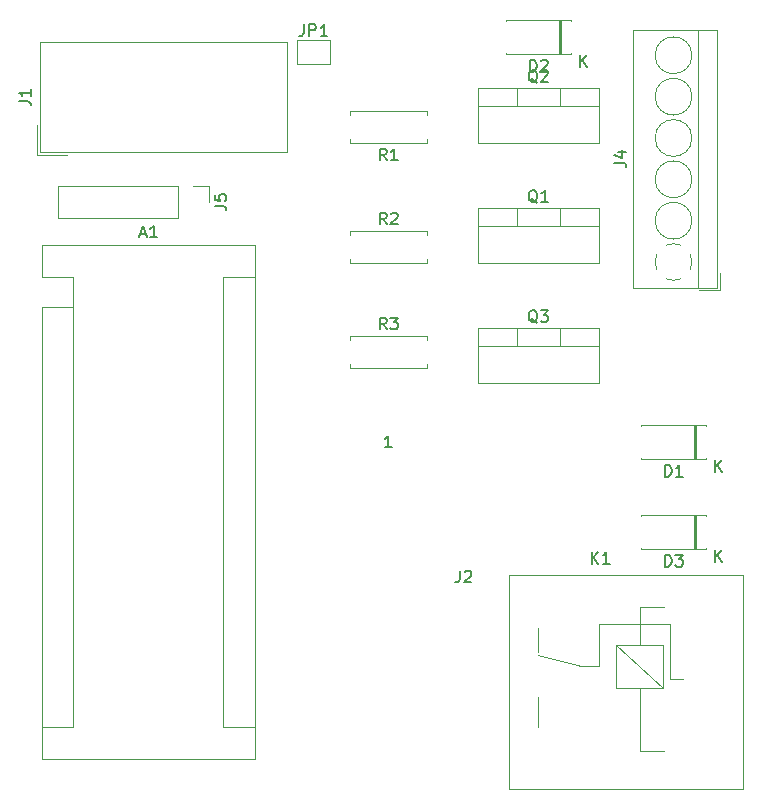
<source format=gto>
G04 #@! TF.GenerationSoftware,KiCad,Pcbnew,(5.1.2)-2*
G04 #@! TF.CreationDate,2019-08-23T10:29:04+03:00*
G04 #@! TF.ProjectId,pneumatic,706e6575-6d61-4746-9963-2e6b69636164,rev?*
G04 #@! TF.SameCoordinates,Original*
G04 #@! TF.FileFunction,Legend,Top*
G04 #@! TF.FilePolarity,Positive*
%FSLAX46Y46*%
G04 Gerber Fmt 4.6, Leading zero omitted, Abs format (unit mm)*
G04 Created by KiCad (PCBNEW (5.1.2)-2) date 2019-08-23 10:29:04*
%MOMM*%
%LPD*%
G04 APERTURE LIST*
%ADD10C,0.120000*%
%ADD11C,0.150000*%
G04 APERTURE END LIST*
D10*
X124590000Y-57020000D02*
X106550000Y-57020000D01*
X124590000Y-100460000D02*
X124590000Y-57020000D01*
X106550000Y-100460000D02*
X124590000Y-100460000D01*
X109220000Y-97790000D02*
X106550000Y-97790000D01*
X109220000Y-62230000D02*
X109220000Y-97790000D01*
X109220000Y-62230000D02*
X106550000Y-62230000D01*
X121920000Y-97790000D02*
X124590000Y-97790000D01*
X121920000Y-59690000D02*
X121920000Y-97790000D01*
X121920000Y-59690000D02*
X124590000Y-59690000D01*
X106550000Y-57020000D02*
X106550000Y-59690000D01*
X106550000Y-62230000D02*
X106550000Y-100460000D01*
X109220000Y-59690000D02*
X106550000Y-59690000D01*
X109220000Y-62230000D02*
X109220000Y-59690000D01*
X120710000Y-52010000D02*
X120710000Y-53340000D01*
X119380000Y-52010000D02*
X120710000Y-52010000D01*
X118110000Y-52010000D02*
X118110000Y-54670000D01*
X118110000Y-54670000D02*
X107890000Y-54670000D01*
X118110000Y-52010000D02*
X107890000Y-52010000D01*
X107890000Y-52010000D02*
X107890000Y-54670000D01*
X163920000Y-60820000D02*
X163920000Y-59320000D01*
X162180000Y-60820000D02*
X163920000Y-60820000D01*
X156560000Y-38760000D02*
X163680000Y-38760000D01*
X156560000Y-60580000D02*
X163680000Y-60580000D01*
X163680000Y-60580000D02*
X163680000Y-38760000D01*
X156560000Y-60580000D02*
X156560000Y-38760000D01*
X162120000Y-60580000D02*
X162120000Y-38760000D01*
X161575000Y-40920000D02*
G75*
G03X161575000Y-40920000I-1555000J0D01*
G01*
X161575000Y-44420000D02*
G75*
G03X161575000Y-44420000I-1555000J0D01*
G01*
X161575000Y-47920000D02*
G75*
G03X161575000Y-47920000I-1555000J0D01*
G01*
X161575000Y-51420000D02*
G75*
G03X161575000Y-51420000I-1555000J0D01*
G01*
X161575000Y-54920000D02*
G75*
G03X161575000Y-54920000I-1555000J0D01*
G01*
X161575492Y-58392989D02*
G75*
G02X161452000Y-59028000I-1555492J-27011D01*
G01*
X160627742Y-59852109D02*
G75*
G02X159412000Y-59852000I-607742J1432109D01*
G01*
X158587891Y-59027742D02*
G75*
G02X158588000Y-57812000I1432109J607742D01*
G01*
X159412258Y-56987891D02*
G75*
G02X160628000Y-56988000I607742J-1432109D01*
G01*
X161451385Y-57812413D02*
G75*
G02X161575000Y-58420000I-1431385J-607587D01*
G01*
X152160000Y-92610000D02*
X148590000Y-91694000D01*
X148590000Y-97790000D02*
X148590000Y-95290000D01*
X155150000Y-90850000D02*
X159150000Y-90850000D01*
X155150000Y-94450000D02*
X155150000Y-90850000D01*
X159150000Y-94450000D02*
X155150000Y-94450000D01*
X159150000Y-90850000D02*
X159150000Y-94450000D01*
X155150000Y-90850000D02*
X159150000Y-94450000D01*
X157150000Y-90850000D02*
X157150000Y-87630000D01*
X157150000Y-99822000D02*
X157150000Y-94450000D01*
X159766000Y-93726000D02*
X159766000Y-89050000D01*
X153750000Y-92650000D02*
X153750000Y-89050000D01*
X153750000Y-89050000D02*
X159766000Y-89050000D01*
X153750000Y-92650000D02*
X152250000Y-92650000D01*
X157150000Y-99822000D02*
X159258000Y-99822000D01*
X159766000Y-93726000D02*
X160820000Y-93726000D01*
X159258000Y-87630000D02*
X157150000Y-87630000D01*
X148590000Y-91440000D02*
X148590000Y-89408000D01*
X146070000Y-84900000D02*
X165870000Y-84900000D01*
X146070000Y-103040000D02*
X146070000Y-84900000D01*
X165870000Y-103040000D02*
X146070000Y-103040000D01*
X165870000Y-103040000D02*
X165870000Y-91500000D01*
X165870000Y-91500000D02*
X165870000Y-84900000D01*
X150441000Y-64040000D02*
X150441000Y-65550000D01*
X146740000Y-64040000D02*
X146740000Y-65550000D01*
X143470000Y-65550000D02*
X153710000Y-65550000D01*
X153710000Y-64040000D02*
X153710000Y-68681000D01*
X143470000Y-64040000D02*
X143470000Y-68681000D01*
X143470000Y-68681000D02*
X153710000Y-68681000D01*
X143470000Y-64040000D02*
X153710000Y-64040000D01*
X150441000Y-43720000D02*
X150441000Y-45230000D01*
X146740000Y-43720000D02*
X146740000Y-45230000D01*
X143470000Y-45230000D02*
X153710000Y-45230000D01*
X153710000Y-43720000D02*
X153710000Y-48361000D01*
X143470000Y-43720000D02*
X143470000Y-48361000D01*
X143470000Y-48361000D02*
X153710000Y-48361000D01*
X143470000Y-43720000D02*
X153710000Y-43720000D01*
X150441000Y-53880000D02*
X150441000Y-55390000D01*
X146740000Y-53880000D02*
X146740000Y-55390000D01*
X143470000Y-55390000D02*
X153710000Y-55390000D01*
X153710000Y-53880000D02*
X153710000Y-58521000D01*
X143470000Y-53880000D02*
X143470000Y-58521000D01*
X143470000Y-58521000D02*
X153710000Y-58521000D01*
X143470000Y-53880000D02*
X153710000Y-53880000D01*
X139160000Y-67410000D02*
X139160000Y-67080000D01*
X132620000Y-67410000D02*
X139160000Y-67410000D01*
X132620000Y-67080000D02*
X132620000Y-67410000D01*
X139160000Y-64670000D02*
X139160000Y-65000000D01*
X132620000Y-64670000D02*
X139160000Y-64670000D01*
X132620000Y-65000000D02*
X132620000Y-64670000D01*
X139160000Y-58520000D02*
X139160000Y-58190000D01*
X132620000Y-58520000D02*
X139160000Y-58520000D01*
X132620000Y-58190000D02*
X132620000Y-58520000D01*
X139160000Y-55780000D02*
X139160000Y-56110000D01*
X132620000Y-55780000D02*
X139160000Y-55780000D01*
X132620000Y-56110000D02*
X132620000Y-55780000D01*
X132620000Y-45620000D02*
X132620000Y-45950000D01*
X139160000Y-45620000D02*
X132620000Y-45620000D01*
X139160000Y-45950000D02*
X139160000Y-45620000D01*
X132620000Y-48360000D02*
X132620000Y-48030000D01*
X139160000Y-48360000D02*
X132620000Y-48360000D01*
X139160000Y-48030000D02*
X139160000Y-48360000D01*
X128140000Y-39640000D02*
X130940000Y-39640000D01*
X130940000Y-39640000D02*
X130940000Y-41640000D01*
X130940000Y-41640000D02*
X128140000Y-41640000D01*
X128140000Y-41640000D02*
X128140000Y-39640000D01*
X106160000Y-49375000D02*
X106160000Y-46835000D01*
X106160000Y-49375000D02*
X108700000Y-49375000D01*
X106410000Y-49125000D02*
X106410000Y-39775000D01*
X127270000Y-49125000D02*
X106410000Y-49125000D01*
X127270000Y-39775000D02*
X127270000Y-49125000D01*
X106410000Y-39775000D02*
X127270000Y-39775000D01*
X161960000Y-82750000D02*
X161960000Y-79810000D01*
X161720000Y-82750000D02*
X161720000Y-79810000D01*
X161840000Y-82750000D02*
X161840000Y-79810000D01*
X157300000Y-79810000D02*
X157300000Y-79940000D01*
X162740000Y-79810000D02*
X157300000Y-79810000D01*
X162740000Y-79940000D02*
X162740000Y-79810000D01*
X157300000Y-82750000D02*
X157300000Y-82620000D01*
X162740000Y-82750000D02*
X157300000Y-82750000D01*
X162740000Y-82620000D02*
X162740000Y-82750000D01*
X150530000Y-40840000D02*
X150530000Y-37900000D01*
X150290000Y-40840000D02*
X150290000Y-37900000D01*
X150410000Y-40840000D02*
X150410000Y-37900000D01*
X145870000Y-37900000D02*
X145870000Y-38030000D01*
X151310000Y-37900000D02*
X145870000Y-37900000D01*
X151310000Y-38030000D02*
X151310000Y-37900000D01*
X145870000Y-40840000D02*
X145870000Y-40710000D01*
X151310000Y-40840000D02*
X145870000Y-40840000D01*
X151310000Y-40710000D02*
X151310000Y-40840000D01*
X161960000Y-75130000D02*
X161960000Y-72190000D01*
X161720000Y-75130000D02*
X161720000Y-72190000D01*
X161840000Y-75130000D02*
X161840000Y-72190000D01*
X157300000Y-72190000D02*
X157300000Y-72320000D01*
X162740000Y-72190000D02*
X157300000Y-72190000D01*
X162740000Y-72320000D02*
X162740000Y-72190000D01*
X157300000Y-75130000D02*
X157300000Y-75000000D01*
X162740000Y-75130000D02*
X157300000Y-75130000D01*
X162740000Y-75000000D02*
X162740000Y-75130000D01*
D11*
X141906666Y-84542380D02*
X141906666Y-85256666D01*
X141859047Y-85399523D01*
X141763809Y-85494761D01*
X141620952Y-85542380D01*
X141525714Y-85542380D01*
X142335238Y-84637619D02*
X142382857Y-84590000D01*
X142478095Y-84542380D01*
X142716190Y-84542380D01*
X142811428Y-84590000D01*
X142859047Y-84637619D01*
X142906666Y-84732857D01*
X142906666Y-84828095D01*
X142859047Y-84970952D01*
X142287619Y-85542380D01*
X142906666Y-85542380D01*
X136175714Y-74112380D02*
X135604285Y-74112380D01*
X135890000Y-74112380D02*
X135890000Y-73112380D01*
X135794761Y-73255238D01*
X135699523Y-73350476D01*
X135604285Y-73398095D01*
X114855714Y-56046666D02*
X115331904Y-56046666D01*
X114760476Y-56332380D02*
X115093809Y-55332380D01*
X115427142Y-56332380D01*
X116284285Y-56332380D02*
X115712857Y-56332380D01*
X115998571Y-56332380D02*
X115998571Y-55332380D01*
X115903333Y-55475238D01*
X115808095Y-55570476D01*
X115712857Y-55618095D01*
X121162380Y-53673333D02*
X121876666Y-53673333D01*
X122019523Y-53720952D01*
X122114761Y-53816190D01*
X122162380Y-53959047D01*
X122162380Y-54054285D01*
X121162380Y-52720952D02*
X121162380Y-53197142D01*
X121638571Y-53244761D01*
X121590952Y-53197142D01*
X121543333Y-53101904D01*
X121543333Y-52863809D01*
X121590952Y-52768571D01*
X121638571Y-52720952D01*
X121733809Y-52673333D01*
X121971904Y-52673333D01*
X122067142Y-52720952D01*
X122114761Y-52768571D01*
X122162380Y-52863809D01*
X122162380Y-53101904D01*
X122114761Y-53197142D01*
X122067142Y-53244761D01*
X155012380Y-50003333D02*
X155726666Y-50003333D01*
X155869523Y-50050952D01*
X155964761Y-50146190D01*
X156012380Y-50289047D01*
X156012380Y-50384285D01*
X155345714Y-49098571D02*
X156012380Y-49098571D01*
X154964761Y-49336666D02*
X155679047Y-49574761D01*
X155679047Y-48955714D01*
X153091904Y-83952380D02*
X153091904Y-82952380D01*
X153663333Y-83952380D02*
X153234761Y-83380952D01*
X153663333Y-82952380D02*
X153091904Y-83523809D01*
X154615714Y-83952380D02*
X154044285Y-83952380D01*
X154330000Y-83952380D02*
X154330000Y-82952380D01*
X154234761Y-83095238D01*
X154139523Y-83190476D01*
X154044285Y-83238095D01*
X148494761Y-63587619D02*
X148399523Y-63540000D01*
X148304285Y-63444761D01*
X148161428Y-63301904D01*
X148066190Y-63254285D01*
X147970952Y-63254285D01*
X148018571Y-63492380D02*
X147923333Y-63444761D01*
X147828095Y-63349523D01*
X147780476Y-63159047D01*
X147780476Y-62825714D01*
X147828095Y-62635238D01*
X147923333Y-62540000D01*
X148018571Y-62492380D01*
X148209047Y-62492380D01*
X148304285Y-62540000D01*
X148399523Y-62635238D01*
X148447142Y-62825714D01*
X148447142Y-63159047D01*
X148399523Y-63349523D01*
X148304285Y-63444761D01*
X148209047Y-63492380D01*
X148018571Y-63492380D01*
X148780476Y-62492380D02*
X149399523Y-62492380D01*
X149066190Y-62873333D01*
X149209047Y-62873333D01*
X149304285Y-62920952D01*
X149351904Y-62968571D01*
X149399523Y-63063809D01*
X149399523Y-63301904D01*
X149351904Y-63397142D01*
X149304285Y-63444761D01*
X149209047Y-63492380D01*
X148923333Y-63492380D01*
X148828095Y-63444761D01*
X148780476Y-63397142D01*
X148494761Y-43267619D02*
X148399523Y-43220000D01*
X148304285Y-43124761D01*
X148161428Y-42981904D01*
X148066190Y-42934285D01*
X147970952Y-42934285D01*
X148018571Y-43172380D02*
X147923333Y-43124761D01*
X147828095Y-43029523D01*
X147780476Y-42839047D01*
X147780476Y-42505714D01*
X147828095Y-42315238D01*
X147923333Y-42220000D01*
X148018571Y-42172380D01*
X148209047Y-42172380D01*
X148304285Y-42220000D01*
X148399523Y-42315238D01*
X148447142Y-42505714D01*
X148447142Y-42839047D01*
X148399523Y-43029523D01*
X148304285Y-43124761D01*
X148209047Y-43172380D01*
X148018571Y-43172380D01*
X148828095Y-42267619D02*
X148875714Y-42220000D01*
X148970952Y-42172380D01*
X149209047Y-42172380D01*
X149304285Y-42220000D01*
X149351904Y-42267619D01*
X149399523Y-42362857D01*
X149399523Y-42458095D01*
X149351904Y-42600952D01*
X148780476Y-43172380D01*
X149399523Y-43172380D01*
X148494761Y-53427619D02*
X148399523Y-53380000D01*
X148304285Y-53284761D01*
X148161428Y-53141904D01*
X148066190Y-53094285D01*
X147970952Y-53094285D01*
X148018571Y-53332380D02*
X147923333Y-53284761D01*
X147828095Y-53189523D01*
X147780476Y-52999047D01*
X147780476Y-52665714D01*
X147828095Y-52475238D01*
X147923333Y-52380000D01*
X148018571Y-52332380D01*
X148209047Y-52332380D01*
X148304285Y-52380000D01*
X148399523Y-52475238D01*
X148447142Y-52665714D01*
X148447142Y-52999047D01*
X148399523Y-53189523D01*
X148304285Y-53284761D01*
X148209047Y-53332380D01*
X148018571Y-53332380D01*
X149399523Y-53332380D02*
X148828095Y-53332380D01*
X149113809Y-53332380D02*
X149113809Y-52332380D01*
X149018571Y-52475238D01*
X148923333Y-52570476D01*
X148828095Y-52618095D01*
X135723333Y-64122380D02*
X135390000Y-63646190D01*
X135151904Y-64122380D02*
X135151904Y-63122380D01*
X135532857Y-63122380D01*
X135628095Y-63170000D01*
X135675714Y-63217619D01*
X135723333Y-63312857D01*
X135723333Y-63455714D01*
X135675714Y-63550952D01*
X135628095Y-63598571D01*
X135532857Y-63646190D01*
X135151904Y-63646190D01*
X136056666Y-63122380D02*
X136675714Y-63122380D01*
X136342380Y-63503333D01*
X136485238Y-63503333D01*
X136580476Y-63550952D01*
X136628095Y-63598571D01*
X136675714Y-63693809D01*
X136675714Y-63931904D01*
X136628095Y-64027142D01*
X136580476Y-64074761D01*
X136485238Y-64122380D01*
X136199523Y-64122380D01*
X136104285Y-64074761D01*
X136056666Y-64027142D01*
X135723333Y-55232380D02*
X135390000Y-54756190D01*
X135151904Y-55232380D02*
X135151904Y-54232380D01*
X135532857Y-54232380D01*
X135628095Y-54280000D01*
X135675714Y-54327619D01*
X135723333Y-54422857D01*
X135723333Y-54565714D01*
X135675714Y-54660952D01*
X135628095Y-54708571D01*
X135532857Y-54756190D01*
X135151904Y-54756190D01*
X136104285Y-54327619D02*
X136151904Y-54280000D01*
X136247142Y-54232380D01*
X136485238Y-54232380D01*
X136580476Y-54280000D01*
X136628095Y-54327619D01*
X136675714Y-54422857D01*
X136675714Y-54518095D01*
X136628095Y-54660952D01*
X136056666Y-55232380D01*
X136675714Y-55232380D01*
X135723333Y-49812380D02*
X135390000Y-49336190D01*
X135151904Y-49812380D02*
X135151904Y-48812380D01*
X135532857Y-48812380D01*
X135628095Y-48860000D01*
X135675714Y-48907619D01*
X135723333Y-49002857D01*
X135723333Y-49145714D01*
X135675714Y-49240952D01*
X135628095Y-49288571D01*
X135532857Y-49336190D01*
X135151904Y-49336190D01*
X136675714Y-49812380D02*
X136104285Y-49812380D01*
X136390000Y-49812380D02*
X136390000Y-48812380D01*
X136294761Y-48955238D01*
X136199523Y-49050476D01*
X136104285Y-49098095D01*
X128706666Y-38292380D02*
X128706666Y-39006666D01*
X128659047Y-39149523D01*
X128563809Y-39244761D01*
X128420952Y-39292380D01*
X128325714Y-39292380D01*
X129182857Y-39292380D02*
X129182857Y-38292380D01*
X129563809Y-38292380D01*
X129659047Y-38340000D01*
X129706666Y-38387619D01*
X129754285Y-38482857D01*
X129754285Y-38625714D01*
X129706666Y-38720952D01*
X129659047Y-38768571D01*
X129563809Y-38816190D01*
X129182857Y-38816190D01*
X130706666Y-39292380D02*
X130135238Y-39292380D01*
X130420952Y-39292380D02*
X130420952Y-38292380D01*
X130325714Y-38435238D01*
X130230476Y-38530476D01*
X130135238Y-38578095D01*
X104608380Y-44783333D02*
X105322666Y-44783333D01*
X105465523Y-44830952D01*
X105560761Y-44926190D01*
X105608380Y-45069047D01*
X105608380Y-45164285D01*
X105608380Y-43783333D02*
X105608380Y-44354761D01*
X105608380Y-44069047D02*
X104608380Y-44069047D01*
X104751238Y-44164285D01*
X104846476Y-44259523D01*
X104894095Y-44354761D01*
X159281904Y-84202380D02*
X159281904Y-83202380D01*
X159520000Y-83202380D01*
X159662857Y-83250000D01*
X159758095Y-83345238D01*
X159805714Y-83440476D01*
X159853333Y-83630952D01*
X159853333Y-83773809D01*
X159805714Y-83964285D01*
X159758095Y-84059523D01*
X159662857Y-84154761D01*
X159520000Y-84202380D01*
X159281904Y-84202380D01*
X160186666Y-83202380D02*
X160805714Y-83202380D01*
X160472380Y-83583333D01*
X160615238Y-83583333D01*
X160710476Y-83630952D01*
X160758095Y-83678571D01*
X160805714Y-83773809D01*
X160805714Y-84011904D01*
X160758095Y-84107142D01*
X160710476Y-84154761D01*
X160615238Y-84202380D01*
X160329523Y-84202380D01*
X160234285Y-84154761D01*
X160186666Y-84107142D01*
X163568095Y-83832380D02*
X163568095Y-82832380D01*
X164139523Y-83832380D02*
X163710952Y-83260952D01*
X164139523Y-82832380D02*
X163568095Y-83403809D01*
X147851904Y-42292380D02*
X147851904Y-41292380D01*
X148090000Y-41292380D01*
X148232857Y-41340000D01*
X148328095Y-41435238D01*
X148375714Y-41530476D01*
X148423333Y-41720952D01*
X148423333Y-41863809D01*
X148375714Y-42054285D01*
X148328095Y-42149523D01*
X148232857Y-42244761D01*
X148090000Y-42292380D01*
X147851904Y-42292380D01*
X148804285Y-41387619D02*
X148851904Y-41340000D01*
X148947142Y-41292380D01*
X149185238Y-41292380D01*
X149280476Y-41340000D01*
X149328095Y-41387619D01*
X149375714Y-41482857D01*
X149375714Y-41578095D01*
X149328095Y-41720952D01*
X148756666Y-42292380D01*
X149375714Y-42292380D01*
X152138095Y-41922380D02*
X152138095Y-40922380D01*
X152709523Y-41922380D02*
X152280952Y-41350952D01*
X152709523Y-40922380D02*
X152138095Y-41493809D01*
X159281904Y-76582380D02*
X159281904Y-75582380D01*
X159520000Y-75582380D01*
X159662857Y-75630000D01*
X159758095Y-75725238D01*
X159805714Y-75820476D01*
X159853333Y-76010952D01*
X159853333Y-76153809D01*
X159805714Y-76344285D01*
X159758095Y-76439523D01*
X159662857Y-76534761D01*
X159520000Y-76582380D01*
X159281904Y-76582380D01*
X160805714Y-76582380D02*
X160234285Y-76582380D01*
X160520000Y-76582380D02*
X160520000Y-75582380D01*
X160424761Y-75725238D01*
X160329523Y-75820476D01*
X160234285Y-75868095D01*
X163568095Y-76212380D02*
X163568095Y-75212380D01*
X164139523Y-76212380D02*
X163710952Y-75640952D01*
X164139523Y-75212380D02*
X163568095Y-75783809D01*
M02*

</source>
